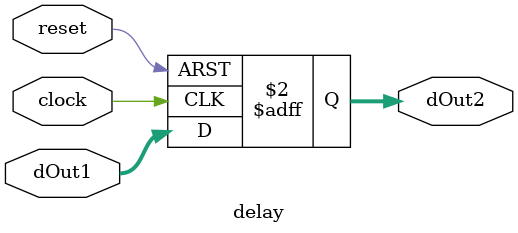
<source format=v>
module delay(dOut2, reset,clock, dOut1);
input clock,reset;
input [7:0] dOut1;
output reg [7:0] dOut2;


always@(posedge clock or posedge reset)
begin
if(reset) dOut2 <= 8'b0;
else dOut2 <= dOut1;
end
endmodule

</source>
